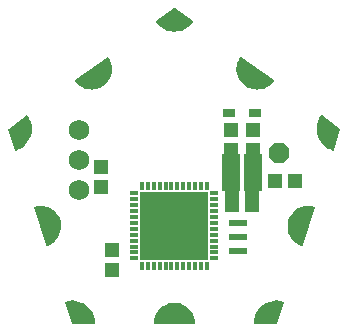
<source format=gbr>
G04 EAGLE Gerber RS-274X export*
G75*
%MOMM*%
%FSLAX34Y34*%
%LPD*%
%INSoldermask Bottom*%
%IPPOS*%
%AMOC8*
5,1,8,0,0,1.08239X$1,22.5*%
G01*
%ADD10R,1.303200X1.203200*%
%ADD11R,1.603197X0.603200*%
%ADD12R,0.753200X0.457200*%
%ADD13R,0.457200X0.753200*%
%ADD14R,5.803200X5.803200*%
%ADD15P,1.869504X8X22.500000*%
%ADD16C,1.727200*%
%ADD17C,1.003200*%
%ADD18R,1.003200X0.703200*%
%ADD19R,1.503200X1.703200*%

G36*
X72022Y198074D02*
X72022Y198074D01*
X72055Y198083D01*
X72104Y198084D01*
X74857Y198636D01*
X74889Y198650D01*
X74936Y198659D01*
X77561Y199657D01*
X77590Y199675D01*
X77635Y199692D01*
X80060Y201109D01*
X80086Y201132D01*
X80127Y201156D01*
X82286Y202952D01*
X82308Y202979D01*
X82345Y203010D01*
X84178Y205137D01*
X84192Y205162D01*
X84213Y205182D01*
X84241Y205248D01*
X84275Y205310D01*
X84279Y205339D01*
X84290Y205366D01*
X84289Y205437D01*
X84297Y205508D01*
X84289Y205536D01*
X84289Y205565D01*
X84261Y205630D01*
X84240Y205698D01*
X84222Y205721D01*
X84210Y205747D01*
X84140Y205819D01*
X84134Y205826D01*
X84123Y205842D01*
X84120Y205843D01*
X84113Y205851D01*
X84103Y205856D01*
X84094Y205866D01*
X56594Y225866D01*
X56567Y225878D01*
X56545Y225897D01*
X56477Y225919D01*
X56413Y225949D01*
X56384Y225950D01*
X56356Y225959D01*
X56285Y225952D01*
X56214Y225954D01*
X56187Y225944D01*
X56158Y225941D01*
X56095Y225908D01*
X56029Y225882D01*
X56008Y225861D01*
X55982Y225848D01*
X55935Y225793D01*
X55928Y225789D01*
X55920Y225776D01*
X55917Y225772D01*
X55887Y225743D01*
X55882Y225732D01*
X55873Y225722D01*
X54415Y223322D01*
X54403Y223290D01*
X54378Y223248D01*
X53335Y220642D01*
X53333Y220632D01*
X53331Y220629D01*
X53326Y220602D01*
X53310Y220563D01*
X52710Y217820D01*
X52710Y217785D01*
X52699Y217738D01*
X52559Y214933D01*
X52564Y214899D01*
X52561Y214851D01*
X52884Y212062D01*
X52895Y212029D01*
X52900Y211981D01*
X53678Y209283D01*
X53692Y209256D01*
X53693Y209255D01*
X53694Y209252D01*
X53707Y209206D01*
X54919Y206672D01*
X54939Y206644D01*
X54960Y206601D01*
X56572Y204302D01*
X56597Y204278D01*
X56624Y204238D01*
X58593Y202235D01*
X58621Y202216D01*
X58655Y202182D01*
X60926Y200530D01*
X60957Y200516D01*
X60996Y200487D01*
X63508Y199232D01*
X63542Y199223D01*
X63585Y199201D01*
X66269Y198376D01*
X66304Y198373D01*
X66350Y198359D01*
X69133Y197987D01*
X69167Y197989D01*
X69215Y197983D01*
X72022Y198074D01*
G37*
G36*
X-69181Y197989D02*
X-69181Y197989D01*
X-69133Y197987D01*
X-66350Y198359D01*
X-66317Y198370D01*
X-66269Y198376D01*
X-63585Y199201D01*
X-63554Y199218D01*
X-63508Y199232D01*
X-60996Y200487D01*
X-60969Y200508D01*
X-60926Y200530D01*
X-58655Y202182D01*
X-58632Y202207D01*
X-58593Y202235D01*
X-56624Y204238D01*
X-56606Y204267D01*
X-56572Y204302D01*
X-54960Y206601D01*
X-54946Y206633D01*
X-54919Y206672D01*
X-53707Y209206D01*
X-53699Y209239D01*
X-53678Y209283D01*
X-52900Y211981D01*
X-52898Y212015D01*
X-52884Y212062D01*
X-52561Y214851D01*
X-52564Y214886D01*
X-52559Y214933D01*
X-52699Y217738D01*
X-52708Y217772D01*
X-52710Y217820D01*
X-53310Y220563D01*
X-53324Y220595D01*
X-53335Y220642D01*
X-54378Y223248D01*
X-54397Y223277D01*
X-54415Y223322D01*
X-55873Y225722D01*
X-55893Y225743D01*
X-55906Y225769D01*
X-55946Y225804D01*
X-55952Y225812D01*
X-55962Y225817D01*
X-56008Y225868D01*
X-56035Y225880D01*
X-56057Y225899D01*
X-56125Y225920D01*
X-56190Y225949D01*
X-56219Y225950D01*
X-56247Y225959D01*
X-56317Y225952D01*
X-56389Y225954D01*
X-56416Y225943D01*
X-56445Y225940D01*
X-56523Y225901D01*
X-56524Y225901D01*
X-56525Y225901D01*
X-56534Y225896D01*
X-56573Y225880D01*
X-56581Y225872D01*
X-56594Y225866D01*
X-84094Y205866D01*
X-84113Y205845D01*
X-84138Y205830D01*
X-84146Y205819D01*
X-84148Y205817D01*
X-84180Y205772D01*
X-84228Y205720D01*
X-84238Y205692D01*
X-84255Y205668D01*
X-84271Y205599D01*
X-84294Y205532D01*
X-84293Y205503D01*
X-84299Y205475D01*
X-84287Y205405D01*
X-84282Y205334D01*
X-84269Y205308D01*
X-84264Y205279D01*
X-84213Y205194D01*
X-84194Y205156D01*
X-84185Y205148D01*
X-84178Y205137D01*
X-82345Y203010D01*
X-82317Y202989D01*
X-82286Y202952D01*
X-80127Y201156D01*
X-80097Y201140D01*
X-80060Y201109D01*
X-77635Y199692D01*
X-77602Y199681D01*
X-77561Y199657D01*
X-74936Y198659D01*
X-74902Y198653D01*
X-74857Y198636D01*
X-72104Y198084D01*
X-72069Y198084D01*
X-72022Y198074D01*
X-69215Y197983D01*
X-69181Y197989D01*
G37*
G36*
X17029Y-631D02*
X17029Y-631D01*
X17058Y-633D01*
X17125Y-611D01*
X17195Y-597D01*
X17219Y-581D01*
X17247Y-572D01*
X17300Y-525D01*
X17359Y-485D01*
X17375Y-460D01*
X17397Y-441D01*
X17428Y-377D01*
X17466Y-317D01*
X17471Y-288D01*
X17483Y-262D01*
X17492Y-163D01*
X17499Y-121D01*
X17496Y-110D01*
X17498Y-96D01*
X17266Y2702D01*
X17256Y2735D01*
X17252Y2783D01*
X16563Y5505D01*
X16548Y5536D01*
X16536Y5583D01*
X15408Y8154D01*
X15388Y8182D01*
X15369Y8227D01*
X13833Y10577D01*
X13809Y10602D01*
X13783Y10642D01*
X11881Y12708D01*
X11853Y12728D01*
X11820Y12764D01*
X9605Y14488D01*
X9574Y14504D01*
X9536Y14533D01*
X7066Y15870D01*
X7033Y15880D01*
X6991Y15903D01*
X4351Y16809D01*
X4335Y16815D01*
X4301Y16819D01*
X4255Y16835D01*
X1486Y17297D01*
X1451Y17296D01*
X1404Y17304D01*
X-1404Y17304D01*
X-1438Y17297D01*
X-1486Y17297D01*
X-4255Y16835D01*
X-4288Y16822D01*
X-4335Y16815D01*
X-6991Y15903D01*
X-7021Y15885D01*
X-7066Y15870D01*
X-9536Y14533D01*
X-9562Y14511D01*
X-9605Y14488D01*
X-11820Y12764D01*
X-11843Y12737D01*
X-11881Y12708D01*
X-13783Y10642D01*
X-13801Y10613D01*
X-13833Y10577D01*
X-15369Y8227D01*
X-15382Y8194D01*
X-15408Y8154D01*
X-16536Y5583D01*
X-16543Y5549D01*
X-16546Y5543D01*
X-16552Y5534D01*
X-16553Y5527D01*
X-16563Y5505D01*
X-17252Y2783D01*
X-17254Y2748D01*
X-17266Y2702D01*
X-17498Y-96D01*
X-17494Y-125D01*
X-17499Y-154D01*
X-17483Y-223D01*
X-17474Y-294D01*
X-17460Y-319D01*
X-17453Y-347D01*
X-17411Y-405D01*
X-17376Y-466D01*
X-17352Y-484D01*
X-17335Y-508D01*
X-17274Y-544D01*
X-17217Y-587D01*
X-17189Y-594D01*
X-17164Y-609D01*
X-17066Y-626D01*
X-17025Y-636D01*
X-17014Y-634D01*
X-17000Y-637D01*
X17000Y-637D01*
X17029Y-631D01*
G37*
G36*
X108131Y65569D02*
X108131Y65569D01*
X108160Y65567D01*
X108227Y65589D01*
X108297Y65604D01*
X108321Y65620D01*
X108348Y65629D01*
X108402Y65676D01*
X108460Y65717D01*
X108476Y65741D01*
X108498Y65761D01*
X108544Y65849D01*
X108567Y65885D01*
X108568Y65896D01*
X108575Y65908D01*
X119075Y98208D01*
X119078Y98237D01*
X119089Y98264D01*
X119089Y98335D01*
X119097Y98406D01*
X119089Y98434D01*
X119089Y98463D01*
X119061Y98528D01*
X119041Y98596D01*
X119023Y98619D01*
X119011Y98646D01*
X118960Y98695D01*
X118915Y98750D01*
X118889Y98764D01*
X118868Y98784D01*
X118776Y98822D01*
X118739Y98842D01*
X118727Y98843D01*
X118715Y98848D01*
X115985Y99492D01*
X115950Y99493D01*
X115903Y99505D01*
X113105Y99690D01*
X113070Y99686D01*
X113022Y99689D01*
X110231Y99412D01*
X110198Y99401D01*
X110150Y99397D01*
X107443Y98664D01*
X107412Y98648D01*
X107365Y98636D01*
X104816Y97467D01*
X104788Y97447D01*
X104744Y97427D01*
X102421Y95854D01*
X102397Y95829D01*
X102357Y95803D01*
X100325Y93869D01*
X100305Y93841D01*
X100270Y93808D01*
X98584Y91567D01*
X98569Y91535D01*
X98540Y91497D01*
X97246Y89009D01*
X97236Y88975D01*
X97214Y88933D01*
X96347Y86265D01*
X96343Y86231D01*
X96328Y86185D01*
X95912Y83411D01*
X95913Y83377D01*
X95906Y83329D01*
X95952Y80525D01*
X95952Y80524D01*
X95953Y80523D01*
X95960Y80491D01*
X95960Y80443D01*
X96467Y77684D01*
X96480Y77652D01*
X96489Y77605D01*
X97443Y74967D01*
X97461Y74938D01*
X97477Y74892D01*
X98852Y72448D01*
X98875Y72422D01*
X98899Y72379D01*
X100657Y70195D01*
X100684Y70173D01*
X100714Y70135D01*
X102809Y68269D01*
X102838Y68252D01*
X102874Y68220D01*
X105247Y66725D01*
X105280Y66712D01*
X105320Y66686D01*
X107907Y65602D01*
X107936Y65596D01*
X107961Y65583D01*
X108032Y65577D01*
X108102Y65563D01*
X108131Y65569D01*
G37*
G36*
X-108098Y65568D02*
X-108098Y65568D01*
X-108069Y65564D01*
X-107972Y65587D01*
X-107930Y65593D01*
X-107920Y65599D01*
X-107907Y65602D01*
X-105320Y66686D01*
X-105292Y66706D01*
X-105247Y66725D01*
X-102874Y68220D01*
X-102849Y68244D01*
X-102809Y68269D01*
X-100714Y70135D01*
X-100693Y70163D01*
X-100657Y70195D01*
X-98899Y72379D01*
X-98883Y72410D01*
X-98852Y72448D01*
X-97477Y74892D01*
X-97467Y74925D01*
X-97443Y74967D01*
X-96489Y77605D01*
X-96484Y77639D01*
X-96467Y77684D01*
X-95960Y80443D01*
X-95961Y80477D01*
X-95952Y80525D01*
X-95906Y83329D01*
X-95913Y83363D01*
X-95912Y83411D01*
X-96328Y86185D01*
X-96340Y86218D01*
X-96347Y86265D01*
X-97214Y88933D01*
X-97231Y88963D01*
X-97246Y89009D01*
X-98540Y91497D01*
X-98562Y91524D01*
X-98584Y91567D01*
X-100270Y93808D01*
X-100296Y93831D01*
X-100325Y93869D01*
X-102357Y95803D01*
X-102387Y95821D01*
X-102421Y95854D01*
X-104744Y97427D01*
X-104776Y97440D01*
X-104816Y97467D01*
X-107365Y98636D01*
X-107399Y98643D01*
X-107443Y98664D01*
X-110150Y99397D01*
X-110185Y99399D01*
X-110231Y99412D01*
X-113022Y99689D01*
X-113057Y99685D01*
X-113105Y99690D01*
X-115903Y99505D01*
X-115937Y99495D01*
X-115985Y99492D01*
X-118715Y98848D01*
X-118741Y98836D01*
X-118770Y98832D01*
X-118831Y98795D01*
X-118895Y98765D01*
X-118915Y98744D01*
X-118940Y98728D01*
X-118981Y98671D01*
X-119029Y98618D01*
X-119039Y98591D01*
X-119056Y98567D01*
X-119071Y98497D01*
X-119095Y98430D01*
X-119093Y98401D01*
X-119099Y98373D01*
X-119085Y98275D01*
X-119082Y98232D01*
X-119077Y98222D01*
X-119075Y98208D01*
X-108575Y65908D01*
X-108560Y65883D01*
X-108554Y65854D01*
X-108512Y65797D01*
X-108477Y65735D01*
X-108454Y65717D01*
X-108437Y65694D01*
X-108376Y65657D01*
X-108319Y65614D01*
X-108291Y65607D01*
X-108266Y65592D01*
X-108196Y65582D01*
X-108127Y65564D01*
X-108098Y65568D01*
G37*
G36*
X-67572Y-631D02*
X-67572Y-631D01*
X-67545Y-634D01*
X-67476Y-612D01*
X-67405Y-597D01*
X-67382Y-581D01*
X-67355Y-573D01*
X-67301Y-525D01*
X-67241Y-485D01*
X-67226Y-461D01*
X-67205Y-443D01*
X-67173Y-378D01*
X-67134Y-317D01*
X-67129Y-289D01*
X-67117Y-264D01*
X-67108Y-162D01*
X-67101Y-121D01*
X-67103Y-111D01*
X-67102Y-98D01*
X-67336Y2878D01*
X-67345Y2910D01*
X-67348Y2955D01*
X-68044Y5858D01*
X-68058Y5888D01*
X-68068Y5933D01*
X-69210Y8691D01*
X-69229Y8719D01*
X-69246Y8761D01*
X-70805Y11307D01*
X-70828Y11331D01*
X-70851Y11370D01*
X-72789Y13641D01*
X-72816Y13661D01*
X-72845Y13696D01*
X-75114Y15636D01*
X-75144Y15652D01*
X-75178Y15682D01*
X-77723Y17242D01*
X-77754Y17254D01*
X-77793Y17278D01*
X-80551Y18421D01*
X-80583Y18427D01*
X-80625Y18445D01*
X-83528Y19143D01*
X-83561Y19144D01*
X-83605Y19155D01*
X-86581Y19390D01*
X-86614Y19386D01*
X-86660Y19390D01*
X-89636Y19156D01*
X-89668Y19147D01*
X-89713Y19144D01*
X-92616Y18448D01*
X-92642Y18436D01*
X-92670Y18432D01*
X-92732Y18394D01*
X-92797Y18364D01*
X-92816Y18343D01*
X-92840Y18328D01*
X-92882Y18270D01*
X-92930Y18216D01*
X-92939Y18190D01*
X-92956Y18166D01*
X-92971Y18096D01*
X-92995Y18028D01*
X-92993Y18000D01*
X-92999Y17972D01*
X-92984Y17872D01*
X-92981Y17830D01*
X-92977Y17821D01*
X-92975Y17808D01*
X-87075Y-292D01*
X-87060Y-318D01*
X-87053Y-347D01*
X-87011Y-404D01*
X-86977Y-465D01*
X-86953Y-483D01*
X-86935Y-508D01*
X-86875Y-543D01*
X-86819Y-586D01*
X-86790Y-594D01*
X-86764Y-609D01*
X-86668Y-625D01*
X-86626Y-636D01*
X-86615Y-634D01*
X-86600Y-637D01*
X-67600Y-637D01*
X-67572Y-631D01*
G37*
G36*
X86629Y-631D02*
X86629Y-631D01*
X86659Y-633D01*
X86726Y-611D01*
X86795Y-597D01*
X86820Y-580D01*
X86848Y-571D01*
X86901Y-524D01*
X86959Y-485D01*
X86975Y-459D01*
X86997Y-440D01*
X87043Y-354D01*
X87066Y-317D01*
X87068Y-305D01*
X87075Y-292D01*
X92975Y17808D01*
X92978Y17836D01*
X92989Y17862D01*
X92989Y17934D01*
X92997Y18005D01*
X92989Y18033D01*
X92989Y18061D01*
X92962Y18127D01*
X92941Y18196D01*
X92923Y18218D01*
X92912Y18244D01*
X92861Y18294D01*
X92815Y18350D01*
X92790Y18363D01*
X92770Y18383D01*
X92676Y18423D01*
X92639Y18442D01*
X92628Y18443D01*
X92616Y18448D01*
X89713Y19144D01*
X89680Y19145D01*
X89636Y19156D01*
X86660Y19390D01*
X86627Y19386D01*
X86581Y19390D01*
X83605Y19155D01*
X83573Y19146D01*
X83528Y19143D01*
X80625Y18445D01*
X80595Y18431D01*
X80551Y18421D01*
X77838Y17297D01*
X77793Y17278D01*
X77765Y17259D01*
X77723Y17242D01*
X75178Y15682D01*
X75154Y15659D01*
X75114Y15636D01*
X72845Y13696D01*
X72824Y13670D01*
X72789Y13641D01*
X70851Y11370D01*
X70835Y11341D01*
X70805Y11307D01*
X69246Y8761D01*
X69234Y8730D01*
X69210Y8691D01*
X68068Y5933D01*
X68062Y5900D01*
X68044Y5858D01*
X67348Y2955D01*
X67347Y2922D01*
X67336Y2878D01*
X67102Y-98D01*
X67106Y-126D01*
X67101Y-154D01*
X67118Y-224D01*
X67127Y-296D01*
X67141Y-320D01*
X67147Y-347D01*
X67190Y-406D01*
X67226Y-468D01*
X67248Y-485D01*
X67265Y-508D01*
X67327Y-544D01*
X67385Y-588D01*
X67412Y-595D01*
X67436Y-609D01*
X67537Y-626D01*
X67577Y-636D01*
X67588Y-635D01*
X67600Y-637D01*
X86600Y-637D01*
X86629Y-631D01*
G37*
G36*
X3017Y247152D02*
X3017Y247152D01*
X3049Y247162D01*
X3094Y247165D01*
X5999Y247862D01*
X6029Y247876D01*
X6073Y247886D01*
X8833Y249029D01*
X8861Y249048D01*
X8903Y249065D01*
X11450Y250626D01*
X11474Y250648D01*
X11513Y250672D01*
X13784Y252612D01*
X13805Y252638D01*
X13840Y252667D01*
X15780Y254938D01*
X15794Y254964D01*
X15814Y254984D01*
X15842Y255050D01*
X15876Y255112D01*
X15879Y255141D01*
X15890Y255168D01*
X15890Y255239D01*
X15897Y255310D01*
X15889Y255338D01*
X15888Y255367D01*
X15860Y255432D01*
X15839Y255500D01*
X15820Y255522D01*
X15809Y255549D01*
X15739Y255620D01*
X15712Y255653D01*
X15702Y255658D01*
X15692Y255668D01*
X292Y266768D01*
X266Y266779D01*
X245Y266798D01*
X176Y266820D01*
X111Y266849D01*
X82Y266850D01*
X55Y266859D01*
X-16Y266852D01*
X-88Y266854D01*
X-114Y266843D01*
X-143Y266841D01*
X-234Y266796D01*
X-273Y266781D01*
X-280Y266773D01*
X-292Y266768D01*
X-15692Y255668D01*
X-15712Y255646D01*
X-15737Y255631D01*
X-15779Y255574D01*
X-15827Y255521D01*
X-15837Y255494D01*
X-15854Y255471D01*
X-15870Y255401D01*
X-15894Y255334D01*
X-15892Y255305D01*
X-15899Y255277D01*
X-15887Y255207D01*
X-15883Y255136D01*
X-15870Y255110D01*
X-15865Y255081D01*
X-15814Y254995D01*
X-15795Y254957D01*
X-15787Y254950D01*
X-15780Y254938D01*
X-13840Y252667D01*
X-13814Y252646D01*
X-13784Y252612D01*
X-11513Y250672D01*
X-11484Y250656D01*
X-11450Y250626D01*
X-8903Y249065D01*
X-8872Y249054D01*
X-8833Y249029D01*
X-6073Y247886D01*
X-6041Y247880D01*
X-5999Y247862D01*
X-3094Y247165D01*
X-3061Y247164D01*
X-3017Y247152D01*
X-39Y246918D01*
X-6Y246922D01*
X39Y246918D01*
X3017Y247152D01*
G37*
G36*
X134332Y146069D02*
X134332Y146069D01*
X134361Y146067D01*
X134429Y146090D01*
X134499Y146105D01*
X134522Y146121D01*
X134550Y146130D01*
X134603Y146177D01*
X134662Y146218D01*
X134677Y146243D01*
X134699Y146262D01*
X134745Y146351D01*
X134767Y146387D01*
X134769Y146398D01*
X134775Y146409D01*
X140575Y164409D01*
X140578Y164438D01*
X140590Y164464D01*
X140589Y164536D01*
X140597Y164607D01*
X140589Y164634D01*
X140589Y164663D01*
X140561Y164729D01*
X140540Y164798D01*
X140522Y164820D01*
X140511Y164846D01*
X140441Y164918D01*
X140414Y164951D01*
X140404Y164956D01*
X140395Y164965D01*
X125095Y176165D01*
X125068Y176178D01*
X125046Y176197D01*
X124979Y176219D01*
X124914Y176249D01*
X124885Y176249D01*
X124857Y176258D01*
X124787Y176252D01*
X124716Y176255D01*
X124688Y176244D01*
X124659Y176242D01*
X124596Y176208D01*
X124530Y176183D01*
X124509Y176162D01*
X124484Y176149D01*
X124418Y176074D01*
X124388Y176044D01*
X124383Y176034D01*
X124374Y176023D01*
X122819Y173483D01*
X122808Y173452D01*
X122784Y173414D01*
X121645Y170662D01*
X121639Y170629D01*
X121621Y170587D01*
X120927Y167692D01*
X120926Y167658D01*
X120915Y167614D01*
X120682Y164645D01*
X120686Y164612D01*
X120682Y164567D01*
X120917Y161598D01*
X120926Y161566D01*
X120929Y161521D01*
X121626Y158626D01*
X121640Y158595D01*
X121650Y158551D01*
X122790Y155800D01*
X122809Y155773D01*
X122826Y155730D01*
X124383Y153192D01*
X124406Y153168D01*
X124429Y153129D01*
X126364Y150865D01*
X126390Y150844D01*
X126419Y150809D01*
X128685Y148876D01*
X128714Y148860D01*
X128748Y148830D01*
X131288Y147275D01*
X131319Y147264D01*
X131357Y147240D01*
X134109Y146101D01*
X134137Y146096D01*
X134163Y146083D01*
X134234Y146077D01*
X134304Y146063D01*
X134332Y146069D01*
G37*
G36*
X-134300Y146068D02*
X-134300Y146068D01*
X-134271Y146064D01*
X-134173Y146087D01*
X-134131Y146093D01*
X-134122Y146098D01*
X-134109Y146101D01*
X-131357Y147240D01*
X-131330Y147258D01*
X-131288Y147275D01*
X-128748Y148830D01*
X-128724Y148853D01*
X-128685Y148876D01*
X-126419Y150809D01*
X-126399Y150836D01*
X-126364Y150865D01*
X-124429Y153129D01*
X-124413Y153158D01*
X-124383Y153192D01*
X-122826Y155730D01*
X-122815Y155762D01*
X-122790Y155800D01*
X-121650Y158551D01*
X-121643Y158584D01*
X-121626Y158626D01*
X-120929Y161521D01*
X-120928Y161554D01*
X-120917Y161598D01*
X-120682Y164567D01*
X-120686Y164600D01*
X-120682Y164645D01*
X-120915Y167614D01*
X-120924Y167646D01*
X-120927Y167692D01*
X-121621Y170587D01*
X-121635Y170618D01*
X-121645Y170662D01*
X-122784Y173414D01*
X-122802Y173441D01*
X-122819Y173483D01*
X-124374Y176023D01*
X-124394Y176045D01*
X-124407Y176071D01*
X-124461Y176117D01*
X-124510Y176169D01*
X-124536Y176181D01*
X-124559Y176199D01*
X-124626Y176221D01*
X-124691Y176250D01*
X-124720Y176250D01*
X-124748Y176259D01*
X-124819Y176252D01*
X-124890Y176254D01*
X-124917Y176243D01*
X-124946Y176240D01*
X-125035Y176195D01*
X-125075Y176179D01*
X-125083Y176172D01*
X-125095Y176165D01*
X-140395Y164965D01*
X-140414Y164944D01*
X-140439Y164929D01*
X-140481Y164871D01*
X-140529Y164818D01*
X-140538Y164791D01*
X-140555Y164768D01*
X-140571Y164698D01*
X-140595Y164631D01*
X-140593Y164602D01*
X-140599Y164574D01*
X-140585Y164474D01*
X-140582Y164432D01*
X-140577Y164423D01*
X-140575Y164409D01*
X-134775Y146409D01*
X-134761Y146384D01*
X-134755Y146356D01*
X-134713Y146299D01*
X-134678Y146236D01*
X-134655Y146219D01*
X-134638Y146195D01*
X-134577Y146158D01*
X-134520Y146115D01*
X-134493Y146107D01*
X-134468Y146092D01*
X-134397Y146082D01*
X-134328Y146064D01*
X-134300Y146068D01*
G37*
D10*
X47625Y147075D03*
X47625Y164075D03*
X66675Y164075D03*
X66675Y147075D03*
D11*
X53975Y61025D03*
X53975Y73025D03*
X53975Y85025D03*
D12*
X33800Y110057D03*
X33800Y105056D03*
X33800Y100054D03*
X33800Y95053D03*
X33800Y90052D03*
X33800Y85051D03*
X33800Y80049D03*
X33800Y75048D03*
X33800Y70047D03*
X33800Y65046D03*
X33800Y60044D03*
X33800Y55043D03*
D13*
X27507Y48750D03*
X22506Y48750D03*
X17504Y48750D03*
X12503Y48750D03*
X7502Y48750D03*
X2501Y48750D03*
X-2501Y48750D03*
X-7502Y48750D03*
X-12503Y48750D03*
X-17504Y48750D03*
X-22506Y48750D03*
X-27507Y48750D03*
D12*
X-33800Y55043D03*
X-33800Y60044D03*
X-33800Y65046D03*
X-33800Y70047D03*
X-33800Y75048D03*
X-33800Y80049D03*
X-33800Y85051D03*
X-33800Y90052D03*
X-33800Y95053D03*
X-33800Y100054D03*
X-33800Y105056D03*
X-33800Y110057D03*
D13*
X-27507Y116350D03*
X-22506Y116350D03*
X-17504Y116350D03*
X-12503Y116350D03*
X-7502Y116350D03*
X-2501Y116350D03*
X2501Y116350D03*
X7502Y116350D03*
X12503Y116350D03*
X17504Y116350D03*
X22506Y116350D03*
X27507Y116350D03*
D14*
X0Y82550D03*
D15*
X88900Y144463D03*
D10*
X-61913Y115325D03*
X-61913Y132325D03*
X-52388Y62475D03*
X-52388Y45475D03*
X85163Y120650D03*
X102163Y120650D03*
X48650Y100013D03*
X65650Y100013D03*
X48650Y109538D03*
X65650Y109538D03*
D16*
X-80963Y163513D03*
X-80963Y138113D03*
X-80963Y112713D03*
D17*
X0Y259563D03*
X133600Y162463D03*
X82600Y5363D03*
X-82600Y5363D03*
X-133600Y162463D03*
X66800Y211063D03*
X108100Y83963D03*
X0Y5363D03*
X-108100Y83963D03*
X-66800Y211063D03*
D18*
X68150Y177800D03*
X46150Y177800D03*
D19*
X47650Y120650D03*
X66650Y120650D03*
X47650Y134938D03*
X66650Y134938D03*
M02*

</source>
